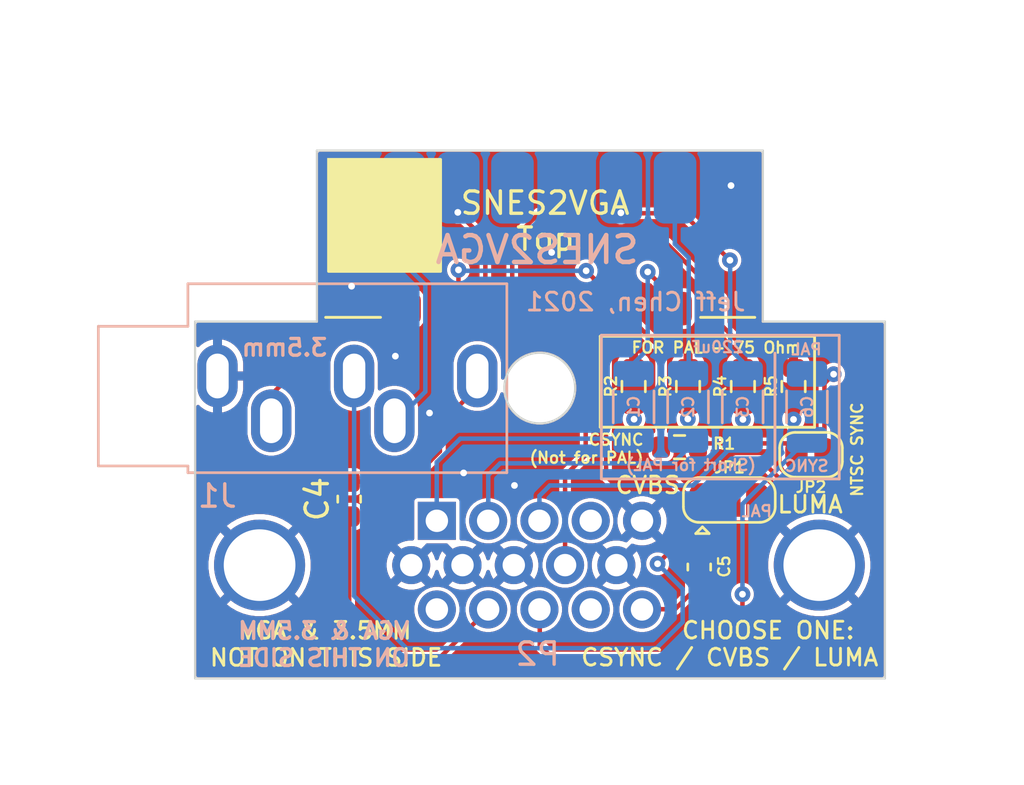
<source format=kicad_pcb>
(kicad_pcb (version 20241229) (generator "pcbnew") (generator_version "9.0")
  (title_block (rev "1"))
  (layers (0 "F.Cu" signal "Front") (2 "B.Cu" signal "Back") (13 "F.Paste" user) (15 "B.Paste" user) (5 "F.SilkS" user "F.Silkscreen") (7 "B.SilkS" user "B.Silkscreen") (1 "F.Mask" user) (3 "B.Mask" user) (25 "Edge.Cuts" user))
  (net 0 "")
  (net 1 "/Red_SNES")
  (net 2 "/Red_VGA")
  (net 3 "/Green_SNES")
  (net 4 "/Green_VGA")
  (net 5 "/Blue_SNES")
  (net 6 "/Blue_VGA")
  (net 7 "/Audio_L_SNES")
  (net 8 "/Audio_R_SNES")
  (net 9 "/HSYNC_VGA")
  (net 10 "/Luma_SNES")
  (net 11 "/CVBS_SNES")
  (net 12 "/+5V_SNES")
  (net 13 "/CSYNC_SNES")
  (net 14 "/Audio_L_to_VGA")
  (net 15 "/Audio_L_from_Jack")
  (net 16 "/Audio_R_from_Jack")
  (net 17 "GND")
  (net 18 "/Audio_R_to_VGA")
  (net 19 "/Chroma_SNES")
  (net 23 "/PAL_SYNC_BEFORE_CAP")
  (footprint "Capacitor_SMD:C_0603_1608Metric" (layer "F.Cu") (at 132.43 104.05 90)
    (property "Reference" "C4" (at 0 -1.43 90) (layer "F.SilkS"))
    (property "Value" "10uF")
    (fp_line (start -0.14058 -0.51) (end 0.14058 -0.51) (stroke (width 0.12)) (layer "F.SilkS"))
    (fp_line (start -0.14058 0.51) (end 0.14058 0.51) (stroke (width 0.12)) (layer "F.SilkS"))
    (pad "1" smd roundrect (at -0.775 0 90) (size 0.9 0.95) (layers "F.Cu" "F.Mask" "F.Paste") (net 14 "/Audio_L_to_VGA"))
    (pad "2" smd roundrect (at 0.775 0 90) (size 0.9 0.95) (layers "F.Cu" "F.Mask" "F.Paste") (net 15 "/Audio_L_from_Jack"))
  )
  (footprint "SNES2VGA_Library:AV_Multi_Main" (layer "F.Cu") (at 134.13 88.54)
    (property "Reference" "P1")
    (property "Value" "AVMulti_Main")
    (pad "1" connect roundrect (at 12.85 7) (size 1.5 1.5) (layers "F.Cu" "F.Mask") (net 1 "/Red_SNES"))
    (pad "2" connect roundrect (at 12.85 1.6) (size 1.9 3.2) (layers "B.Cu" "B.Mask") (net 3 "/Green_SNES"))
    (pad "3" connect roundrect (at 10.43 7) (size 1.5 1.5) (layers "F.Cu" "F.Mask") (net 13 "/CSYNC_SNES"))
    (pad "4" connect roundrect (at 10.43 1.6) (size 1.9 3.2) (layers "B.Cu" "B.Mask") (net 5 "/Blue_SNES"))
    (pad "5" connect roundrect (at 8.01 7) (size 1.5 1.5) (layers "F.Cu" "F.Mask") (net 17 "GND"))
    (pad "6" connect roundrect (at 8.01 1.6) (size 1.9 3.2) (layers "B.Cu" "B.Mask") (net 17 "GND"))
    (pad "7" connect roundrect (at 5.59 7) (size 1.5 1.5) (layers "F.Cu" "F.Mask") (net 10 "/Luma_SNES"))
    (pad "8" connect roundrect (at 5.59 1.6) (size 1.9 3.2) (layers "B.Cu" "B.Mask") (net 19 "/Chroma_SNES"))
    (pad "9" connect roundrect (at 3.17 7) (size 1.5 1.5) (layers "F.Cu" "F.Mask") (net 11 "/CVBS_SNES"))
    (pad "10" connect roundrect (at 3.17 1.6) (size 1.9 3.2) (layers "B.Cu" "B.Mask") (net 12 "/+5V_SNES"))
    (pad "11" connect roundrect (at 0.75 7) (size 1.5 1.5) (layers "F.Cu" "F.Mask") (net 7 "/Audio_L_SNES"))
    (pad "12" connect roundrect (at 0.75 1.6) (size 1.9 3.2) (layers "B.Cu" "B.Mask") (net 8 "/Audio_R_SNES"))
  )
  (footprint "Resistor_SMD:R_0603_1608Metric" (layer "F.Cu") (at 147.18 101.73)
    (property "Reference" "R1" (at 1.9942 -0.1554 0) (layer "F.SilkS") (effects (font (size 0.5 0.5) (thickness 0.1) (bold yes))))
    (property "Value" "470")
    (fp_line (start -0.237258 -0.5225) (end 0.237258 -0.5225) (stroke (width 0.12)) (layer "F.SilkS"))
    (fp_line (start -0.237258 0.5225) (end 0.237258 0.5225) (stroke (width 0.12)) (layer "F.SilkS"))
    (pad "1" smd roundrect (at -0.825 0) (size 0.8 0.95) (layers "F.Cu" "F.Mask" "F.Paste") (net 13 "/CSYNC_SNES"))
    (pad "2" smd roundrect (at 0.825 0) (size 0.8 0.95) (layers "F.Cu" "F.Mask" "F.Paste") (net 9 "/HSYNC_VGA"))
  )
  (footprint "Resistor_SMD:R_0603_1608Metric" (layer "F.Cu") (at 145.13 99.02 90)
    (property "Reference" "R2" (at 0.0108 -1.0104 90) (layer "F.SilkS") (effects (font (size 0.5 0.5) (thickness 0.1))))
    (property "Value" "75")
    (fp_line (start -0.237258 -0.5225) (end 0.237258 -0.5225) (stroke (width 0.12)) (layer "F.SilkS"))
    (fp_line (start -0.237258 0.5225) (end 0.237258 0.5225) (stroke (width 0.12)) (layer "F.SilkS"))
    (pad "1" smd roundrect (at -0.825 0 90) (size 0.8 0.95) (layers "F.Cu" "F.Mask" "F.Paste") (net 2 "/Red_VGA"))
    (pad "2" smd roundrect (at 0.825 0 90) (size 0.8 0.95) (layers "F.Cu" "F.Mask" "F.Paste") (net 17 "GND"))
  )
  (footprint "Resistor_SMD:R_0603_1608Metric" (layer "F.Cu") (at 147.56 99.02 90)
    (property "Reference" "R3" (at 0.0108 -1.0104 90) (layer "F.SilkS") (effects (font (size 0.5 0.5) (thickness 0.1))))
    (property "Value" "75")
    (fp_line (start -0.237258 -0.5225) (end 0.237258 -0.5225) (stroke (width 0.12)) (layer "F.SilkS"))
    (fp_line (start -0.237258 0.5225) (end 0.237258 0.5225) (stroke (width 0.12)) (layer "F.SilkS"))
    (pad "1" smd roundrect (at -0.825 0 90) (size 0.8 0.95) (layers "F.Cu" "F.Mask" "F.Paste") (net 4 "/Green_VGA"))
    (pad "2" smd roundrect (at 0.825 0 90) (size 0.8 0.95) (layers "F.Cu" "F.Mask" "F.Paste") (net 17 "GND"))
  )
  (footprint "Resistor_SMD:R_0603_1608Metric" (layer "F.Cu") (at 150.01 99.02 90)
    (property "Reference" "R4" (at 0.0108 -1.0104 90) (layer "F.SilkS") (effects (font (size 0.5 0.5) (thickness 0.1))))
    (property "Value" "75")
    (fp_line (start -0.237258 -0.5225) (end 0.237258 -0.5225) (stroke (width 0.12)) (layer "F.SilkS"))
    (fp_line (start -0.237258 0.5225) (end 0.237258 0.5225) (stroke (width 0.12)) (layer "F.SilkS"))
    (pad "1" smd roundrect (at -0.825 0 90) (size 0.8 0.95) (layers "F.Cu" "F.Mask" "F.Paste") (net 6 "/Blue_VGA"))
    (pad "2" smd roundrect (at 0.825 0 90) (size 0.8 0.95) (layers "F.Cu" "F.Mask" "F.Paste") (net 17 "GND"))
  )
  (footprint "Resistor_SMD:R_0603_1608Metric" (layer "F.Cu") (at 152.27 99.02 90)
    (property "Reference" "R5" (at 0.0108 -1.0104 90) (layer "F.SilkS") (effects (font (size 0.5 0.5) (thickness 0.1))))
    (property "Value" "75")
    (fp_line (start -0.237258 -0.5225) (end 0.237258 -0.5225) (stroke (width 0.12)) (layer "F.SilkS"))
    (fp_line (start -0.237258 0.5225) (end 0.237258 0.5225) (stroke (width 0.12)) (layer "F.SilkS"))
    (pad "1" smd roundrect (at -0.825 0 90) (size 0.8 0.95) (layers "F.Cu" "F.Mask" "F.Paste") (net 9 "/HSYNC_VGA"))
    (pad "2" smd roundrect (at 0.825 0 90) (size 0.8 0.95) (layers "F.Cu" "F.Mask" "F.Paste") (net 17 "GND"))
  )
  (footprint "Capacitor_SMD:C_0603_1608Metric" (layer "F.Cu") (at 148.06 107.085 90)
    (property "Reference" "C5" (at 0.024 1.1142 90) (layer "F.SilkS") (effects (font (size 0.5 0.5) (thickness 0.1))))
    (property "Value" "10uF")
    (fp_line (start -0.14058 -0.51) (end 0.14058 -0.51) (stroke (width 0.12)) (layer "F.SilkS"))
    (fp_line (start -0.14058 0.51) (end 0.14058 0.51) (stroke (width 0.12)) (layer "F.SilkS"))
    (pad "1" smd roundrect (at -0.775 0 90) (size 0.9 0.95) (layers "F.Cu" "F.Mask" "F.Paste") (net 18 "/Audio_R_to_VGA"))
    (pad "2" smd roundrect (at 0.775 0 90) (size 0.9 0.95) (layers "F.Cu" "F.Mask" "F.Paste") (net 16 "/Audio_R_from_Jack"))
  )
  (footprint "Jumper:SolderJumper-3_P1.3mm_Open_RoundedPad1.0x1.5mm" (layer "F.Cu") (at 149.4028 104.0892)
    (property "Reference" "JP1" (at 0.0128 -1.4539 0) (layer "F.SilkS") (effects (font (size 0.5 0.5) (thickness 0.1))))
    (property "Value" "LUMA_CVBS_SL")
    (fp_line (start -2.05 0.3) (end -2.05 -0.3) (stroke (width 0.12)) (layer "F.SilkS"))
    (fp_line (start -1.5 1.5) (end -0.9 1.5) (stroke (width 0.12)) (layer "F.SilkS"))
    (fp_line (start -1.4 -1) (end 1.4 -1) (stroke (width 0.12)) (layer "F.SilkS"))
    (fp_line (start -1.2 1.2) (end -1.5 1.5) (stroke (width 0.12)) (layer "F.SilkS"))
    (fp_line (start -1.2 1.2) (end -0.9 1.5) (stroke (width 0.12)) (layer "F.SilkS"))
    (fp_line (start 1.4 1) (end -1.4 1) (stroke (width 0.12)) (layer "F.SilkS"))
    (fp_line (start 2.05 -0.3) (end 2.05 0.3) (stroke (width 0.12)) (layer "F.SilkS"))
    (fp_arc (start -2.05 -0.3) (mid -1.844975 -0.794975) (end -1.35 -1) (stroke (width 0.12)) (layer "F.SilkS"))
    (fp_arc (start -1.35 1) (mid -1.844975 0.794975) (end -2.05 0.3) (stroke (width 0.12)) (layer "F.SilkS"))
    (fp_arc (start 1.35 -1) (mid 1.844975 -0.794975) (end 2.05 -0.3) (stroke (width 0.12)) (layer "F.SilkS"))
    (fp_arc (start 2.05 0.3) (mid 1.844975 0.794975) (end 1.35 1) (stroke (width 0.12)) (layer "F.SilkS"))
    (pad "1" smd custom (at -1.3 0) (size 1 0.5) (layers "F.Cu" "F.Mask") (net 11 "/CVBS_SNES") (options (clearance outline) (anchor rect)) (primitives (gr_circle (center 0 0.25) (end 0.5 0.25) (width 0) (fill yes)) (gr_circle (center 0 -0.25) (end 0.5 -0.25) (width 0) (fill yes)) (gr_poly (pts (xy 0.55 0.75) (xy 0 0.75) (xy 0 -0.75) (xy 0.55 -0.75)) (width 0) (fill yes))))
    (pad "2" smd rect (at 0 0) (size 1 1.5) (layers "F.Cu" "F.Mask") (net 23 "/PAL_SYNC_BEFORE_CAP"))
    (pad "3" smd custom (at 1.3 0) (size 1 0.5) (layers "F.Cu" "F.Mask") (net 10 "/Luma_SNES") (options (clearance outline) (anchor rect)) (primitives (gr_circle (center 0 0.25) (end 0.5 0.25) (width 0) (fill yes)) (gr_circle (center 0 -0.25) (end 0.5 -0.25) (width 0) (fill yes)) (gr_poly (pts (xy 0 0.75) (xy -0.55 0.75) (xy -0.55 -0.75) (xy 0 -0.75)) (width 0) (fill yes))))
  )
  (footprint "Jumper:SolderJumper-2_P1.3mm_Open_RoundedPad1.0x1.5mm" (layer "F.Cu") (at 153.05 102.07 180)
    (property "Reference" "JP2" (at 0 -1.435 180) (layer "F.SilkS") (effects (font (size 0.5 0.5) (thickness 0.1))))
    (property "Value" "NTSC_SYNC")
    (fp_line (start 1.4 -0.3) (end 1.4 0.3) (stroke (width 0.12)) (layer "F.SilkS"))
    (fp_line (start 0.7 1) (end -0.7 1) (stroke (width 0.12)) (layer "F.SilkS"))
    (fp_line (start -0.7 -1) (end 0.7 -1) (stroke (width 0.12)) (layer "F.SilkS"))
    (fp_line (start -1.4 0.3) (end -1.4 -0.3) (stroke (width 0.12)) (layer "F.SilkS"))
    (fp_arc (start 1.4 0.3) (mid 1.194975 0.794975) (end 0.7 1) (stroke (width 0.12)) (layer "F.SilkS"))
    (fp_arc (start 0.7 -1) (mid 1.194975 -0.794975) (end 1.4 -0.3) (stroke (width 0.12)) (layer "F.SilkS"))
    (fp_arc (start -0.7 1) (mid -1.194975 0.794975) (end -1.4 0.3) (stroke (width 0.12)) (layer "F.SilkS"))
    (fp_arc (start -1.4 -0.3) (mid -1.194975 -0.794975) (end -0.7 -1) (stroke (width 0.12)) (layer "F.SilkS"))
    (pad "1" smd custom (at -0.65 0 180) (size 1 0.5) (layers "F.Cu" "F.Mask") (net 23 "/PAL_SYNC_BEFORE_CAP") (options (clearance outline) (anchor rect)) (primitives (gr_circle (center 0 0.25) (end 0.5 0.25) (width 0) (fill yes)) (gr_circle (center 0 -0.25) (end 0.5 -0.25) (width 0) (fill yes)) (gr_poly (pts (xy 0.5 0.75) (xy 0 0.75) (xy 0 -0.75) (xy 0.5 -0.75)) (width 0) (fill yes))))
    (pad "2" smd custom (at 0.65 0 180) (size 1 0.5) (layers "F.Cu" "F.Mask") (net 9 "/HSYNC_VGA") (options (clearance outline) (anchor rect)) (primitives (gr_circle (center 0 0.25) (end 0.5 0.25) (width 0) (fill yes)) (gr_circle (center 0 -0.25) (end 0.5 -0.25) (width 0) (fill yes)) (gr_poly (pts (xy 0 0.75) (xy -0.5 0.75) (xy -0.5 -0.75) (xy 0 -0.75)) (width 0) (fill yes))))
  )
  (footprint "Capacitor_SMD:C_1206_3216Metric" (layer "B.Cu") (at 145.13 99.93 -90)
    (property "Reference" "C1" (at 0 -0.0056 90) (layer "B.SilkS") (effects (font (size 0.5 0.5) (thickness 0.1)) (justify mirror)))
    (property "Value" "100-220uF")
    (fp_line (start -0.711252 0.91) (end 0.711252 0.91) (stroke (width 0.12)) (layer "B.SilkS"))
    (fp_line (start -0.711252 -0.91) (end 0.711252 -0.91) (stroke (width 0.12)) (layer "B.SilkS"))
    (pad "1" smd roundrect (at -1.475 0 270) (size 1.15 1.8) (layers "B.Cu" "B.Mask" "B.Paste") (roundrect_rratio 0.217391) (net 1 "/Red_SNES"))
    (pad "2" smd roundrect (at 1.475 0 270) (size 1.15 1.8) (layers "B.Cu" "B.Mask" "B.Paste") (roundrect_rratio 0.217391) (net 2 "/Red_VGA"))
  )
  (footprint "Capacitor_SMD:C_1206_3216Metric" (layer "B.Cu") (at 147.56 99.93 -90)
    (property "Reference" "C2" (at 0 -0.0056 90) (layer "B.SilkS") (effects (font (size 0.5 0.5) (thickness 0.1)) (justify mirror)))
    (property "Value" "100-220uF")
    (fp_line (start -0.711252 0.91) (end 0.711252 0.91) (stroke (width 0.12)) (layer "B.SilkS"))
    (fp_line (start -0.711252 -0.91) (end 0.711252 -0.91) (stroke (width 0.12)) (layer "B.SilkS"))
    (pad "1" smd roundrect (at -1.475 0 270) (size 1.15 1.8) (layers "B.Cu" "B.Mask" "B.Paste") (roundrect_rratio 0.217391) (net 3 "/Green_SNES"))
    (pad "2" smd roundrect (at 1.475 0 270) (size 1.15 1.8) (layers "B.Cu" "B.Mask" "B.Paste") (roundrect_rratio 0.217391) (net 4 "/Green_VGA"))
  )
  (footprint "Capacitor_SMD:C_1206_3216Metric" (layer "B.Cu") (at 150 99.93 -90)
    (property "Reference" "C3" (at 0 -0.0056 90) (layer "B.SilkS") (effects (font (size 0.5 0.5) (thickness 0.1)) (justify mirror)))
    (property "Value" "100-220uF")
    (fp_line (start -0.711252 0.91) (end 0.711252 0.91) (stroke (width 0.12)) (layer "B.SilkS"))
    (fp_line (start -0.711252 -0.91) (end 0.711252 -0.91) (stroke (width 0.12)) (layer "B.SilkS"))
    (pad "1" smd roundrect (at -1.475 0 270) (size 1.15 1.8) (layers "B.Cu" "B.Mask" "B.Paste") (roundrect_rratio 0.217391) (net 5 "/Blue_SNES"))
    (pad "2" smd roundrect (at 1.475 0 270) (size 1.15 1.8) (layers "B.Cu" "B.Mask" "B.Paste") (roundrect_rratio 0.217391) (net 6 "/Blue_VGA"))
  )
  (footprint "SNES2VGA_Library:VGA_female_rightangle_slim" (layer "B.Cu") (at 153.42 107 180)
    (property "Reference" "P2" (at 12.577 -3.9726 180) (layer "B.SilkS") (effects (justify mirror)))
    (property "Value" "VGA")
    (pad "1" thru_hole rect (at 17.075 1.98) (size 1.7 1.7) (drill 1) (layers "*.Cu" "*.Mask") (net 2 "/Red_VGA"))
    (pad "2" thru_hole circle (at 14.785 1.98) (size 1.7 1.7) (drill 1) (layers "*.Cu" "*.Mask") (net 4 "/Green_VGA"))
    (pad "3" thru_hole circle (at 12.495 1.98) (size 1.7 1.7) (drill 1) (layers "*.Cu" "*.Mask") (net 6 "/Blue_VGA"))
    (pad "4" thru_hole circle (at 10.205 1.98) (size 1.7 1.7) (drill 1) (layers "*.Cu" "*.Mask"))
    (pad "5" thru_hole circle (at 7.915 1.98) (size 1.7 1.7) (drill 1) (layers "*.Cu" "*.Mask") (net 17 "GND"))
    (pad "6" thru_hole circle (at 18.22 0) (size 1.7 1.7) (drill 1) (layers "*.Cu" "*.Mask") (net 17 "GND"))
    (pad "7" thru_hole circle (at 15.93 0) (size 1.7 1.7) (drill 1) (layers "*.Cu" "*.Mask") (net 17 "GND"))
    (pad "8" thru_hole circle (at 13.64 0) (size 1.7 1.7) (drill 1) (layers "*.Cu" "*.Mask") (net 17 "GND"))
    (pad "9" thru_hole circle (at 11.35 0) (size 1.7 1.7) (drill 1) (layers "*.Cu" "*.Mask") (net 12 "/+5V_SNES"))
    (pad "10" thru_hole circle (at 9.06 0) (size 1.7 1.7) (drill 1) (layers "*.Cu" "*.Mask") (net 17 "GND"))
    (pad "11" thru_hole circle (at 17.075 -1.98) (size 1.7 1.7) (drill 1) (layers "*.Cu" "*.Mask"))
    (pad "12" thru_hole circle (at 14.785 -1.98) (size 1.7 1.7) (drill 1) (layers "*.Cu" "*.Mask") (net 14 "/Audio_L_to_VGA"))
    (pad "13" thru_hole circle (at 12.495 -1.98) (size 1.7 1.7) (drill 1) (layers "*.Cu" "*.Mask") (net 9 "/HSYNC_VGA"))
    (pad "14" thru_hole circle (at 10.205 -1.98) (size 1.7 1.7) (drill 1) (layers "*.Cu" "*.Mask"))
    (pad "15" thru_hole circle (at 7.915 -1.98) (size 1.7 1.7) (drill 1) (layers "*.Cu" "*.Mask") (net 18 "/Audio_R_to_VGA"))
    (pad "S1" thru_hole circle (at 0 0 180) (size 4.066 4.066) (drill 3.2) (layers "*.Cu" "*.Mask") (net 17 "GND"))
    (pad "S2" thru_hole circle (at 24.99 0 180) (size 4.066 4.066) (drill 3.2) (layers "*.Cu" "*.Mask") (net 17 "GND"))
  )
  (footprint "Connector_Audio:Jack_3.5mm_CUI_SJ1-3535NG_Horizontal" (layer "B.Cu") (at 126.55 98.55 -90)
    (property "Reference" "J1" (at 5.3614 0.0072 0) (layer "B.SilkS") (effects (justify mirror)))
    (property "Value" "AudioJack3_SwitchTR")
    (fp_line (start -2.22 5.32) (end 4.02 5.32) (stroke (width 0.12)) (layer "B.SilkS"))
    (fp_line (start 4.02 5.32) (end 4.02 1.32) (stroke (width 0.12)) (layer "B.SilkS"))
    (fp_line (start -4.12 1.32) (end -2.22 1.32) (stroke (width 0.12)) (layer "B.SilkS"))
    (fp_line (start -2.22 1.32) (end -2.22 5.32) (stroke (width 0.12)) (layer "B.SilkS"))
    (fp_line (start 4.02 1.32) (end 4.32 1.32) (stroke (width 0.12)) (layer "B.SilkS"))
    (fp_line (start 4.32 1.32) (end 4.32 -12.92) (stroke (width 0.12)) (layer "B.SilkS"))
    (fp_line (start -4.12 -12.92) (end -4.12 1.32) (stroke (width 0.12)) (layer "B.SilkS"))
    (fp_line (start 4.32 -12.92) (end -4.12 -12.92) (stroke (width 0.12)) (layer "B.SilkS"))
    (pad "R" thru_hole oval (at 2 -7.9 270) (size 2.8 1.8) (drill oval 2 1) (layers "*.Cu" "*.Mask") (net 8 "/Audio_R_SNES"))
    (pad "RN" thru_hole oval (at 0 -6.1 270) (size 2.8 1.8) (drill oval 2 1) (layers "*.Cu" "*.Mask") (net 16 "/Audio_R_from_Jack"))
    (pad "S" thru_hole oval (at 0 0 270) (size 2.8 1.8) (drill oval 2 1) (layers "*.Cu" "*.Mask") (net 17 "GND"))
    (pad "T" thru_hole oval (at 2 -2.4 270) (size 2.8 1.8) (drill oval 2 1) (layers "*.Cu" "*.Mask") (net 7 "/Audio_L_SNES"))
    (pad "TN" thru_hole oval (at 0 -11.6 270) (size 2.8 1.8) (drill oval 2 1) (layers "*.Cu" "*.Mask") (net 15 "/Audio_L_from_Jack"))
  )
  (footprint "Capacitor_SMD:C_1206_3216Metric" (layer "B.Cu") (at 152.87 99.93 -90)
    (property "Reference" "C6" (at 0 -0.0056 90) (layer "B.SilkS") (effects (font (size 0.5 0.5) (thickness 0.1)) (justify mirror)))
    (property "Value" "100-220uF")
    (fp_line (start -0.711252 0.91) (end 0.711252 0.91) (stroke (width 0.12)) (layer "B.SilkS"))
    (fp_line (start -0.711252 -0.91) (end 0.711252 -0.91) (stroke (width 0.12)) (layer "B.SilkS"))
    (pad "1" smd roundrect (at -1.475 0 270) (size 1.15 1.8) (layers "B.Cu" "B.Mask" "B.Paste") (roundrect_rratio 0.217391) (net 23 "/PAL_SYNC_BEFORE_CAP"))
    (pad "2" smd roundrect (at 1.475 0 270) (size 1.15 1.8) (layers "B.Cu" "B.Mask" "B.Paste") (roundrect_rratio 0.217391) (net 9 "/HSYNC_VGA"))
  )
  (gr_line (start 153.21 96.774) (end 143.64 96.774) (stroke (width 0.127)) (layer "F.SilkS"))
  (gr_line (start 148.12 95.93) (end 150.54 95.93) (stroke (width 0.127)) (layer "F.SilkS"))
  (gr_rect (start 131.5104 88.8746) (end 136.5104 93.8746) (stroke (width 0.127)) (fill yes) (layer "F.SilkS"))
  (gr_line (start 131.38 95.93) (end 133.83 95.93) (stroke (width 0.127)) (layer "F.SilkS"))
  (gr_line (start 143.64 96.774) (end 143.64 100.83) (stroke (width 0.127)) (layer "F.SilkS"))
  (gr_line (start 153.21 96.774) (end 153.21 100.84) (stroke (width 0.127)) (layer "F.SilkS"))
  (gr_line (start 143.64 100.838) (end 153.21 100.84) (stroke (width 0.127)) (layer "F.SilkS"))
  (gr_line (start 143.69 96.73) (end 143.69 103.15) (stroke (width 0.127)) (layer "B.SilkS"))
  (gr_line (start 154.31 96.73) (end 143.69 96.73) (stroke (width 0.127)) (layer "B.SilkS"))
  (gr_line (start 154.31 103.15) (end 154.31 96.73) (stroke (width 0.127)) (layer "B.SilkS"))
  (gr_line (start 143.69 103.15) (end 154.31 103.15) (stroke (width 0.127)) (layer "B.SilkS"))
  (gr_line (start 151.44 97.53) (end 151.44 102.87) (stroke (width 0.127)) (layer "B.SilkS"))
  (gr_line (start 125.55 96.12) (end 125.55 112.06) (stroke (width 0.1)) (layer "Edge.Cuts"))
  (gr_line (start 150.9 88.48) (end 150.9 96.12) (stroke (width 0.1)) (layer "Edge.Cuts"))
  (gr_line (start 125.55 112.06) (end 156.35 112.06) (stroke (width 0.1)) (layer "Edge.Cuts"))
  (gr_circle (center 140.94 99.09) (end 142.52 99.09) (stroke (width 0.1)) (fill no) (layer "Edge.Cuts"))
  (gr_line (start 125.55 96.12) (end 130.99 96.12) (stroke (width 0.1)) (layer "Edge.Cuts"))
  (gr_line (start 156.35 96.12) (end 156.35 112.06) (stroke (width 0.1)) (layer "Edge.Cuts"))
  (gr_line (start 130.99 88.48) (end 150.9 88.48) (stroke (width 0.1)) (layer "Edge.Cuts"))
  (gr_line (start 130.99 88.48) (end 130.99 96.12) (stroke (width 0.1)) (layer "Edge.Cuts"))
  (gr_line (start 150.9 96.12) (end 156.35 96.12) (stroke (width 0.1)) (layer "Edge.Cuts"))
  (gr_text "LUMA" (at 153.01 104.29 0) (layer "F.SilkS") (effects (font (size 0.75 0.75) (thickness 0.125))))
  (gr_text "      CHOOSE ONE:\nCSYNC / CVBS / LUMA" (at 149.42 110.52 0) (layer "F.SilkS") (effects (font (size 0.75 0.75) (thickness 0.125))))
  (gr_text "CSYNC\n(Not for PAL)\n" (at 145.63 101.8 0) (layer "F.SilkS") (effects (font (size 0.5 0.5) (thickness 0.1)) (justify right)))
  (gr_text "SNES2VGA\nTop" (at 141.18 91.63 0) (layer "F.SilkS") (effects (font (size 1 1))))
  (gr_text "CVBS" (at 145.76 103.43 0) (layer "F.SilkS") (effects (font (size 0.75 0.75) (thickness 0.125))))
  (gr_text "NTSC SYNC" (at 155.11 101.84 90) (layer "F.SilkS") (effects (font (size 0.5 0.5) (thickness 0.1))))
  (gr_text "VGA & 3.5MM\nNOT ON THIS SIDE" (at 131.4 110.53 0) (layer "F.SilkS") (effects (font (size 0.75 0.75) (thickness 0.127))))
  (gr_text "FOR PAL - 75 Ohm" (at 148.81 97.282 0) (layer "F.SilkS") (effects (font (size 0.5 0.5) (thickness 0.1))))
  (gr_text "SNES2VGA" (at 140.82 92.91 0) (layer "B.SilkS") (effects (font (size 1.2 1.2) (thickness 0.2)) (justify mirror)))
  (gr_text "PAL" (at 150.63 104.59 0) (layer "B.SilkS") (effects (font (size 0.5 0.5) (thickness 0.1)) (justify mirror)))
  (gr_text "220uF" (at 148.87 97.26 0) (layer "B.SilkS") (effects (font (size 0.5 0.5) (thickness 0.1)) (justify mirror)))
  (gr_text "Jeff Chen, 2021" (at 145.22 95.24 0) (layer "B.SilkS") (effects (font (size 0.8 0.8) (thickness 0.127)) (justify mirror)))
  (gr_text "3.5mm" (at 129.54 97.282 0) (layer "B.SilkS") (effects (font (size 0.75 0.75)) (justify mirror)))
  (gr_text "(Short for PAL)" (at 147.69 102.53 0) (layer "B.SilkS") (effects (font (size 0.5 0.5) (thickness 0.1)) (justify mirror)))
  (gr_text "VGA & 3.5MM\nON THIS SIDE" (at 131.29 110.54 0) (layer "B.SilkS") (effects (font (size 0.75 0.75)) (justify mirror)))
  (gr_text "PAL" (at 152.85 97.36 0) (layer "B.SilkS") (effects (font (size 0.5 0.5) (thickness 0.1)) (justify mirror)))
  (gr_text "SYNC" (at 152.86 102.57 0) (layer "B.SilkS") (effects (font (size 0.5 0.5) (thickness 0.1)) (justify mirror)))
  (segment (start 146.96 95.1) (end 145.76 93.9) (width 0.2) (layer "F.Cu") (net 1))
  (via (at 145.76 93.9) (size 0.7) (drill 0.3) (layers "F.Cu" "B.Cu") (net 1))
  (segment (start 144.94 98.18) (end 145.76 97.36) (width 0.2) (layer "B.Cu") (net 1))
  (segment (start 145.76 97.36) (end 145.76 93.9) (width 0.2) (layer "B.Cu") (net 1))
  (segment (start 145.15 100.48) (end 145.15 99.88) (width 0.2) (layer "F.Cu") (net 2))
  (via (at 145.15 100.48) (size 0.7) (drill 0.3) (layers "F.Cu" "B.Cu") (net 2))
  (segment (start 136.34 102.4) (end 137.39 101.35) (width 0.2) (layer "B.Cu") (net 2))
  (segment (start 136.34 104.78) (end 136.34 102.4) (width 0.2) (layer "B.Cu") (net 2))
  (segment (start 145.15 100.48) (end 145.15 101.28) (width 0.2) (layer "B.Cu") (net 2))
  (segment (start 137.39 101.35) (end 145.15 101.35) (width 0.2) (layer "B.Cu") (net 2))
  (segment (start 146.97 92.65) (end 146.97 90.93) (width 0.2) (layer "B.Cu") (net 3))
  (segment (start 147.59 93.27) (end 146.97 92.65) (width 0.2) (layer "B.Cu") (net 3))
  (segment (start 147.59 98.03) (end 147.59 93.27) (width 0.2) (layer "B.Cu") (net 3))
  (segment (start 147.55 100.47) (end 147.55 99.84) (width 0.2) (layer "F.Cu") (net 4))
  (via (at 147.55 100.46995) (size 0.7) (drill 0.3) (layers "F.Cu" "B.Cu") (net 4))
  (segment (start 146.89 102.45) (end 139.17 102.45) (width 0.2) (layer "B.Cu") (net 4))
  (segment (start 147.55 101.34) (end 147.55 100.46995) (width 0.2) (layer "B.Cu") (net 4))
  (segment (start 139.17 102.45) (end 138.64 102.98) (width 0.2) (layer "B.Cu") (net 4))
  (segment (start 138.64 102.98) (end 138.64 104.75) (width 0.2) (layer "B.Cu") (net 4))
  (segment (start 147.58 101.76) (end 146.89 102.45) (width 0.2) (layer "B.Cu") (net 4))
  (segment (start 147.33 91.28) (end 144.580009 91.28) (width 0.2) (layer "F.Cu") (net 5))
  (segment (start 149.43 93.38) (end 147.33 91.28) (width 0.2) (layer "F.Cu") (net 5))
  (segment (start 144.580009 91.28) (end 144.56 91.259991) (width 0.2) (layer "F.Cu") (net 5))
  (via (at 144.56 91.259991) (size 0.7) (drill 0.3) (layers "F.Cu" "B.Cu") (net 5))
  (via (at 149.43 93.38) (size 0.7) (drill 0.3) (layers "F.Cu" "B.Cu") (net 5))
  (segment (start 149.43 93.38) (end 149.44 93.39) (width 0.2) (layer "B.Cu") (net 5))
  (segment (start 149.44 97.36) (end 149.98 97.9) (width 0.2) (layer "B.Cu") (net 5))
  (segment (start 149.98 97.9) (end 149.98 98.47) (width 0.2) (layer "B.Cu") (net 5))
  (segment (start 149.44 93.39) (end 149.44 97.36) (width 0.2) (layer "B.Cu") (net 5))
  (segment (start 150.02 100.46) (end 150.02 99.82) (width 0.2) (layer "F.Cu") (net 6))
  (via (at 150.01 100.49) (size 0.7) (drill 0.3) (layers "F.Cu" "B.Cu") (net 6))
  (segment (start 150.01 100.49) (end 150.01 101.32) (width 0.2) (layer "B.Cu") (net 6))
  (segment (start 141.39 103.44) (end 140.925 103.905) (width 0.2) (layer "B.Cu") (net 6))
  (segment (start 149.55 101.67) (end 147.78 103.44) (width 0.2) (layer "B.Cu") (net 6))
  (segment (start 147.78 103.44) (end 141.39 103.44) (width 0.2) (layer "B.Cu") (net 6))
  (segment (start 140.925 103.905) (end 140.925 105.02) (width 0.2) (layer "B.Cu") (net 6))
  (segment (start 132.65 95.69) (end 128.95 99.39) (width 0.2) (layer "F.Cu") (net 7))
  (segment (start 134.47 95.69) (end 132.65 95.69) (width 0.2) (layer "F.Cu") (net 7))
  (segment (start 134.88 93.53) (end 135.83 94.48) (width 0.2) (layer "B.Cu") (net 8))
  (segment (start 135.83 94.48) (end 135.83 99.25) (width 0.2) (layer "B.Cu") (net 8))
  (segment (start 134.88 90.7) (end 134.88 93.53) (width 0.2) (layer "B.Cu") (net 8))
  (segment (start 135.83 99.25) (end 134.49 100.59) (width 0.2) (layer "B.Cu") (net 8))
  (segment (start 140.94 110.58) (end 140.94 109.25) (width 0.2) (layer "F.Cu") (net 9))
  (segment (start 149.99 108.3) (end 149.99 109.41) (width 0.2) (layer "F.Cu") (net 9))
  (segment (start 148.17 101.56) (end 151.96 101.56) (width 0.2) (layer "F.Cu") (net 9))
  (segment (start 148.27 111.13) (end 141.49 111.13) (width 0.2) (layer "F.Cu") (net 9))
  (segment (start 141.49 111.13) (end 140.94 110.58) (width 0.2) (layer "F.Cu") (net 9))
  (segment (start 151.96 101.56) (end 152.35 101.95) (width 0.2) (layer "F.Cu") (net 9))
  (segment (start 149.99 109.41) (end 148.27 111.13) (width 0.2) (layer "F.Cu") (net 9))
  (segment (start 152.27 99.84) (end 152.27 101.87) (width 0.2) (layer "F.Cu") (net 9))
  (via (at 149.99 108.3) (size 0.7) (drill 0.3) (layers "F.Cu" "B.Cu") (net 9))
  (via (at 152.27 100.49) (size 0.7) (drill 0.3) (layers "F.Cu" "B.Cu") (net 9))
  (segment (start 149.99 108.3) (end 149.99 104.27) (width 0.2) (layer "B.Cu") (net 9))
  (segment (start 149.99 104.27) (end 152.87 101.39) (width 0.2) (layer "B.Cu") (net 9))
  (segment (start 149.06 95.08) (end 146.61 92.63) (width 0.2) (layer "F.Cu") (net 10))
  (segment (start 155.26 103.05) (end 155.26 98.18) (width 0.2) (layer "F.Cu") (net 10))
  (segment (start 146.61 92.63) (end 143.82 92.63) (width 0.2) (layer "F.Cu") (net 10))
  (segment (start 149.06 96.29) (end 149.06 95.08) (width 0.2) (layer "F.Cu") (net 10))
  (segment (start 150.7028 103.9303) (end 151.1825 104.41) (width 0.2) (layer "F.Cu") (net 10))
  (segment (start 139.71 92.48) (end 139.71 95.69) (width 0.2) (layer "F.Cu") (net 10))
  (segment (start 143.82 92.63) (end 142.48 91.29) (width 0.2) (layer "F.Cu") (net 10))
  (segment (start 155.26 98.18) (end 154.01 96.93) (width 0.2) (layer "F.Cu") (net 10))
  (segment (start 140.9 91.29) (end 139.71 92.48) (width 0.2) (layer "F.Cu") (net 10))
  (segment (start 154.01 96.93) (end 149.7 96.93) (width 0.2) (layer "F.Cu") (net 10))
  (segment (start 151.1825 104.41) (end 153.9 104.41) (width 0.2) (layer "F.Cu") (net 10))
  (segment (start 142.48 91.29) (end 140.9 91.29) (width 0.2) (layer "F.Cu") (net 10))
  (segment (start 149.7 96.93) (end 149.06 96.29) (width 0.2) (layer "F.Cu") (net 10))
  (segment (start 153.9 104.41) (end 155.26 103.05) (width 0.2) (layer "F.Cu") (net 10))
  (segment (start 146.91 103.26) (end 144.1429 103.26) (width 0.2) (layer "F.Cu") (net 11))
  (segment (start 144.1429 103.26) (end 143.9 103.0171) (width 0.2) (layer "F.Cu") (net 11))
  (segment (start 148.09 103.9175) (end 147.5675 103.9175) (width 0.2) (layer "F.Cu") (net 11))
  (segment (start 143.36 94.2) (end 143.01 93.85) (width 0.2) (layer "F.Cu") (net 11))
  (segment (start 137.31 95.47) (end 137.31 93.809998) (width 0.2) (layer "F.Cu") (net 11))
  (segment (start 147.5675 103.9175) (end 146.91 103.26) (width 0.2) (layer "F.Cu") (net 11))
  (segment (start 143.36 96.99) (end 143.36 94.2) (width 0.2) (layer "F.Cu") (net 11))
  (segment (start 147.5675 103.9175) (end 147.9311 103.9175) (width 0.2) (layer "F.Cu") (net 11))
  (segment (start 143.9 103.0171) (end 143.9 97.53) (width 0.2) (layer "F.Cu") (net 11))
  (segment (start 143.9 97.53) (end 143.36 96.99) (width 0.2) (layer "F.Cu") (net 11))
  (via (at 137.31 93.809998) (size 0.7) (drill 0.3) (layers "F.Cu" "B.Cu") (net 11))
  (via (at 143.01 93.85) (size 0.7) (drill 0.3) (layers "F.Cu" "B.Cu") (net 11))
  (segment (start 143.01 93.85) (end 137.350002 93.85) (width 0.2) (layer "B.Cu") (net 11))
  (segment (start 137.350002 93.85) (end 137.31 93.809998) (width 0.2) (layer "B.Cu") (net 11))
  (segment (start 142.07 106.76) (end 142.07 103) (width 0.2) (layer "F.Cu") (net 12))
  (segment (start 142.99 98.09) (end 141.91 97.01) (width 0.2) (layer "F.Cu") (net 12))
  (segment (start 142.99 102.08) (end 142.99 98.09) (width 0.2) (layer "F.Cu") (net 12))
  (segment (start 141.91 97.01) (end 139.31 97.01) (width 0.2) (layer "F.Cu") (net 12))
  (segment (start 139.31 97.01) (end 138.51 96.21) (width 0.2) (layer "F.Cu") (net 12))
  (segment (start 138.51 96.21) (end 138.51 92.47) (width 0.2) (layer "F.Cu") (net 12))
  (segment (start 138.51 92.47) (end 137.28 91.24) (width 0.2) (layer "F.Cu") (net 12))
  (segment (start 142.07 103) (end 142.99 102.08) (width 0.2) (layer "F.Cu") (net 12))
  (via (at 137.28 91.24) (size 0.7) (drill 0.3) (layers "F.Cu" "B.Cu") (net 12))
  (segment (start 146.36 97.34) (end 146.36 101.73) (width 0.2) (layer "F.Cu") (net 13))
  (segment (start 144.56 95.54) (end 146.36 97.34) (width 0.2) (layer "F.Cu") (net 13))
  (segment (start 136.48 111.13) (end 134.46 111.13) (width 0.2) (layer "F.Cu") (net 14))
  (segment (start 138.63 108.98) (end 136.48 111.13) (width 0.2) (layer "F.Cu") (net 14))
  (segment (start 134.46 111.13) (end 132.43 109.1) (width 0.2) (layer "F.Cu") (net 14))
  (segment (start 132.43 109.1) (end 132.43 104.825) (width 0.2) (layer "F.Cu") (net 14))
  (segment (start 136.48 101.92) (end 135.13 103.27) (width 0.2) (layer "F.Cu") (net 15))
  (segment (start 138.15 99.06) (end 136.48 100.73) (width 0.2) (layer "F.Cu") (net 15))
  (segment (start 136.48 100.73) (end 136.48 101.92) (width 0.2) (layer "F.Cu") (net 15))
  (segment (start 135.13 103.27) (end 132.39 103.27) (width 0.2) (layer "F.Cu") (net 15))
  (segment (start 148.02 106.25) (end 146.88999 106.25) (width 0.2) (layer "F.Cu") (net 16))
  (segment (start 146.88999 106.25) (end 146.2 106.93999) (width 0.2) (layer "F.Cu") (net 16))
  (via (at 146.2 106.93999) (size 0.7) (drill 0.3) (layers "F.Cu" "B.Cu") (net 16))
  (segment (start 134.98 110.71) (end 146.15 110.71) (width 0.2) (layer "B.Cu") (net 16))
  (segment (start 146.15 110.71) (end 147.32 109.54) (width 0.2) (layer "B.Cu") (net 16))
  (segment (start 147.32 108.05999) (end 146.2 106.93999) (width 0.2) (layer "B.Cu") (net 16))
  (segment (start 132.65 98.55) (end 132.65 108.38) (width 0.2) (layer "B.Cu") (net 16))
  (segment (start 147.32 109.54) (end 147.32 108.05999) (width 0.2) (layer "B.Cu") (net 16))
  (segment (start 132.65 108.38) (end 134.98 110.71) (width 0.2) (layer "B.Cu") (net 16))
  (via (at 134.493 97.663) (size 0.7) (drill 0.3) (layers "F.Cu" "B.Cu") (net 17))
  (via (at 132.5372 94.5388) (size 0.7) (drill 0.3) (layers "F.Cu" "B.Cu") (net 17))
  (via (at 137.54 102.88) (size 0.7) (drill 0.3) (layers "F.Cu" "B.Cu") (net 17))
  (via (at 149.479 90.043) (size 0.7) (drill 0.3) (layers "F.Cu" "B.Cu") (net 17))
  (via (at 139.81 103.44) (size 0.7) (drill 0.3) (layers "F.Cu" "B.Cu") (net 17))
  (via (at 141.47 93.03) (size 0.7) (drill 0.3) (layers "F.Cu" "B.Cu") (net 17))
  (via (at 136.017 100.203) (size 0.7) (drill 0.3) (layers "F.Cu" "B.Cu") (net 17))
  (segment (start 148.06 107.89) (end 146.98 108.97) (width 0.2) (layer "F.Cu") (net 18))
  (segment (start 146.98 108.97) (end 145.25 108.97) (width 0.2) (layer "F.Cu") (net 18))
  (segment (start 150.86 102.35) (end 149.73 102.35) (width 0.2) (layer "F.Cu") (net 23))
  (segment (start 154.06 98.47) (end 153.65 98.88) (width 0.2) (layer "F.Cu") (net 23))
  (segment (start 149.38 102.7) (end 149.38 104.0664) (width 0.2) (layer "F.Cu") (net 23))
  (segment (start 152.06 103.55) (end 150.86 102.35) (width 0.2) (layer "F.Cu") (net 23))
  (segment (start 153.29 103.55) (end 152.06 103.55) (width 0.2) (layer "F.Cu") (net 23))
  (segment (start 153.65 98.88) (end 153.65 103.19) (width 0.2) (layer "F.Cu") (net 23))
  (segment (start 153.65 103.19) (end 153.29 103.55) (width 0.2) (layer "F.Cu") (net 23))
  (segment (start 149.73 102.35) (end 149.38 102.7) (width 0.2) (layer "F.Cu") (net 23))
  (via (at 154.06 98.47) (size 0.7) (drill 0.3) (layers "F.Cu" "B.Cu") (net 23))
  (segment (start 154.06 98.47) (end 152.87 98.47) (width 0.2) (layer "B.Cu") (net 23))
  (zone (net 17) (net_name "GND") (layers "F.Cu" "B.Cu") (connect_pads (clearance 0.16)) (min_thickness 0.16) (fill yes (thermal_gap 0.25) (thermal_bridge_width 0.4) (island_removal_mode 1) (island_area_min 10))
    (polygon (pts (xy 162.56 86.36) (xy 116.84 86.36) (xy 116.84 116.84) (xy 162.56 116.84)))
  )
)
</source>
